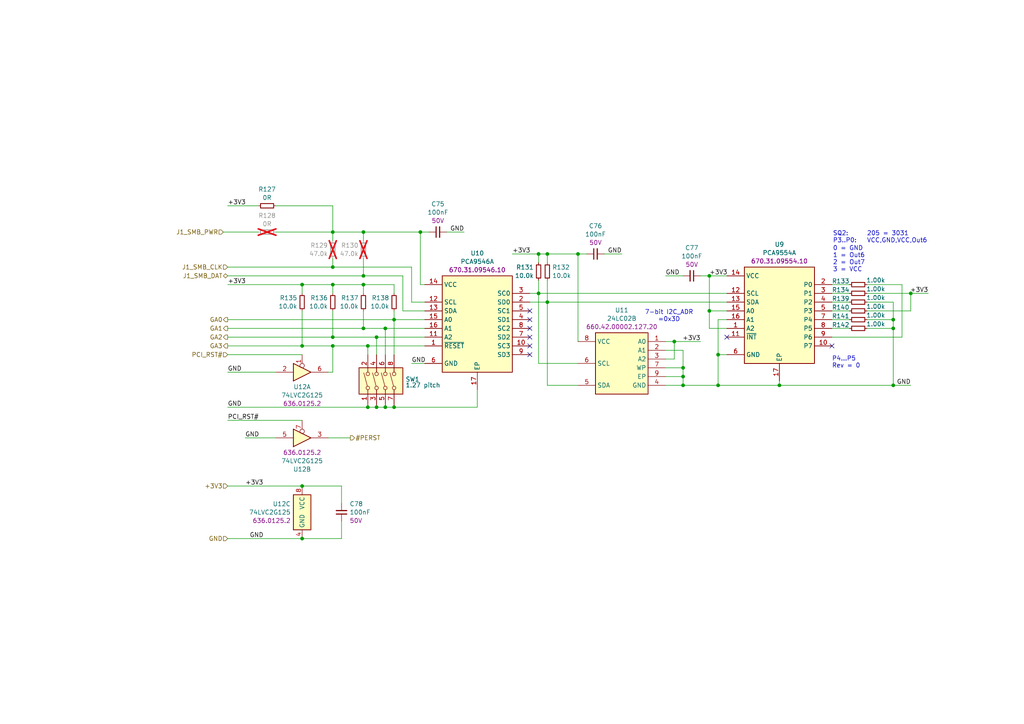
<source format=kicad_sch>
(kicad_sch (version 20250114) (generator "eeschema") (generator_version "9.0")
  (paper "A4")
  (title_block (title "CQ2") (date "2024-08-03") (rev "0") (comment 1 "CPCI I2C Logic") (comment 2 "Manfred Schmitz") (comment 3 "tbd") (comment 4 "2024-07-03") (comment 5 "tbd") (comment 6 "A"))
  (lib_symbols
    (symbol "ci4rail-database:capacitors/86" (pin_numbers (hide yes)) (pin_names (offset 0.254) (hide yes))
      (property "Reference" "C" (at 0.254 1.778 0))
      (property "Value" "100nF" (at 0.254 -2.032 0))
      (property "Value2" "50V" (at 0 0 0))
      (symbol "capacitors/86_0_1"
        (polyline (pts (xy -1.524 0.508) (xy 1.524 0.508)) (stroke (width 0.3048)))
        (polyline (pts (xy -1.524 -0.508) (xy 1.524 -0.508)) (stroke (width 0.3302)))
      )
      (symbol "capacitors/86_1_1"
        (pin passive line (at 0 2.54 270) (length 2.032) (name "~") (number "1"))
        (pin passive line (at 0 -2.54 90) (length 2.032) (name "~") (number "2"))
      )
    )
    (symbol "ci4rail-database:integrated/125"
      (property "Reference" "U" (at 0 8.128 0))
      (property "Value" "74LVC2G125" (at 1.016 6.096 0))
      (property "ERP2" "636.0125.2" (at 0 4.064 0))
      (symbol "integrated/125_1_1"
        (polyline (pts (xy -2.54 2.54) (xy -2.54 -2.54) (xy 2.54 0) (xy -2.54 2.54)) (stroke (width 0.254)) (fill (type background)))
        (pin passive line (at -7.62 0 0) (length 5.08) (name "~") (number "2"))
        (pin passive inverted (at 0 -5.08 90) (length 3.81) (name "~") (number "1"))
        (pin passive line (at 7.62 0 180) (length 5.08) (name "~") (number "6"))
      )
      (symbol "integrated/125_2_1"
        (polyline (pts (xy -2.54 2.54) (xy -2.54 -2.54) (xy 2.54 0) (xy -2.54 2.54)) (stroke (width 0.254)) (fill (type background)))
        (pin passive line (at -7.62 0 0) (length 5.08) (name "~") (number "5"))
        (pin passive inverted (at 0 -5.08 90) (length 3.81) (name "~") (number "7"))
        (pin passive line (at 7.62 0 180) (length 5.08) (name "~") (number "3"))
      )
      (symbol "integrated/125_3_0"
        (rectangle (start -2.54 5.08) (end 2.54 -5.08) (stroke (width 0.254)) (fill (type background)))
      )
      (symbol "integrated/125_3_1"
        (pin passive line (at 0 7.62 270) (length 2.54) (name "VCC") (number "8"))
        (pin passive line (at 0 -7.62 90) (length 2.54) (name "GND") (number "4"))
      )
    )
    (symbol "ci4rail-database:integrated/136"
      (property "Reference" "U5" (at 0 13.0345 0))
      (property "Value" "24LC02B" (at 0 10.6102 0))
      (symbol "integrated/136_0_1"
        (rectangle (start -7.62 8.89) (end 7.62 -8.89) (stroke (width 0.254)) (fill (type background)))
      )
      (symbol "integrated/136_1_1"
        (pin passive line (at -12.7 6.35 0) (length 5.08) (name "VCC") (number "8"))
        (pin passive line (at -12.7 0 0) (length 5.08) (name "SCL") (number "6"))
        (pin passive line (at -12.7 -6.35 0) (length 5.08) (name "SDA") (number "5"))
        (pin passive line (at 12.7 6.35 180) (length 5.08) (name "A0") (number "1"))
        (pin passive line (at 12.7 3.81 180) (length 5.08) (name "A1") (number "2"))
        (pin passive line (at 12.7 1.27 180) (length 5.08) (name "A2") (number "3"))
        (pin passive line (at 12.7 -1.27 180) (length 5.08) (name "WP") (number "7"))
        (pin passive line (at 12.7 -3.81 180) (length 5.08) (name "EP") (number "9"))
        (pin passive line (at 12.7 -6.35 180) (length 5.08) (name "GND") (number "4"))
      )
    )
    (symbol "ci4rail-database:integrated/137"
      (property "Reference" "U" (at 0 18.1145 0))
      (property "Value" "PCA9546A" (at 0 15.6902 0))
      (symbol "integrated/137_1_1"
        (rectangle (start -10.16 13.97) (end 10.16 -13.97) (stroke (width 0.254)) (fill (type background)))
        (pin passive line (at -15.24 11.43 0) (length 5.08) (name "VCC") (number "14"))
        (pin passive line (at -15.24 6.35 0) (length 5.08) (name "SCL") (number "12"))
        (pin passive line (at -15.24 3.81 0) (length 5.08) (name "SDA") (number "13"))
        (pin passive line (at -15.24 1.27 0) (length 5.08) (name "A0") (number "15"))
        (pin passive line (at -15.24 -1.27 0) (length 5.08) (name "A1") (number "16"))
        (pin passive line (at -15.24 -3.81 0) (length 5.08) (name "A2") (number "11"))
        (pin passive line (at -15.24 -6.35 0) (length 5.08) (name "~{RESET}") (number "1"))
        (pin passive line (at -15.24 -11.43 0) (length 5.08) (name "GND") (number "6"))
        (pin passive line (at 0 -19.05 90) (length 5.08) (name "EP") (number "17"))
        (pin passive line (at 15.24 8.89 180) (length 5.08) (name "SC0") (number "3"))
        (pin passive line (at 15.24 6.35 180) (length 5.08) (name "SD0") (number "2"))
        (pin passive line (at 15.24 3.81 180) (length 5.08) (name "SC1") (number "5"))
        (pin passive line (at 15.24 1.27 180) (length 5.08) (name "SD1") (number "4"))
        (pin passive line (at 15.24 -1.27 180) (length 5.08) (name "SC2") (number "8"))
        (pin passive line (at 15.24 -3.81 180) (length 5.08) (name "SD2") (number "7"))
        (pin passive line (at 15.24 -6.35 180) (length 5.08) (name "SC3") (number "10"))
        (pin passive line (at 15.24 -8.89 180) (length 5.08) (name "SD3") (number "9"))
      )
    )
    (symbol "ci4rail-database:integrated/138"
      (property "Reference" "U" (at 0 18.1145 0))
      (property "Value" "PCA9554A" (at 0 15.6902 0))
      (symbol "integrated/138_1_1"
        (rectangle (start -10.16 13.97) (end 10.16 -13.97) (stroke (width 0.254)) (fill (type background)))
        (pin passive line (at -15.24 11.43 0) (length 5.08) (name "VCC") (number "14"))
        (pin passive line (at -15.24 6.35 0) (length 5.08) (name "SCL") (number "12"))
        (pin passive line (at -15.24 3.81 0) (length 5.08) (name "SDA") (number "13"))
        (pin passive line (at -15.24 1.27 0) (length 5.08) (name "A0") (number "15"))
        (pin passive line (at -15.24 -1.27 0) (length 5.08) (name "A1") (number "16"))
        (pin passive line (at -15.24 -3.81 0) (length 5.08) (name "A2") (number "1"))
        (pin passive line (at -15.24 -6.35 0) (length 5.08) (name "~{INT}") (number "11"))
        (pin passive line (at -15.24 -11.43 0) (length 5.08) (name "GND") (number "6"))
        (pin passive line (at 0 -19.05 90) (length 5.08) (name "EP") (number "17"))
        (pin passive line (at 15.24 8.89 180) (length 5.08) (name "P0") (number "2"))
        (pin passive line (at 15.24 6.35 180) (length 5.08) (name "P1") (number "3"))
        (pin passive line (at 15.24 3.81 180) (length 5.08) (name "P2") (number "4"))
        (pin passive line (at 15.24 1.27 180) (length 5.08) (name "P3") (number "5"))
        (pin passive line (at 15.24 -1.27 180) (length 5.08) (name "P4") (number "7"))
        (pin passive line (at 15.24 -3.81 180) (length 5.08) (name "P5") (number "8"))
        (pin passive line (at 15.24 -6.35 180) (length 5.08) (name "P6") (number "9"))
        (pin passive line (at 15.24 -8.89 180) (length 5.08) (name "P7") (number "10"))
      )
    )
    (symbol "ci4rail-database:resistors/150" (pin_numbers (hide yes)) (pin_names (offset 0))
      (property "Reference" "R" (at 2.032 0 90))
      (property "Value" "1.00k" (at 0 0 90))
      (symbol "resistors/150_0_1"
        (rectangle (start -0.635 1.905) (end 0.635 -1.905) (stroke (width 0.254)))
      )
      (symbol "resistors/150_1_1"
        (pin passive line (at 0 2.54 270) (length 0.635) (name "~") (number "1"))
        (pin passive line (at 0 -2.54 90) (length 0.635) (name "~") (number "2"))
      )
    )
    (symbol "ci4rail-database:resistors/179" (pin_numbers (hide yes)) (pin_names (offset 0))
      (property "Reference" "R" (at 2.032 0 90))
      (property "Value" "10.0k" (at 0 0 90))
      (symbol "resistors/179_0_1"
        (rectangle (start -0.635 1.905) (end 0.635 -1.905) (stroke (width 0.254)))
      )
      (symbol "resistors/179_1_1"
        (pin passive line (at 0 2.54 270) (length 0.635) (name "~") (number "1"))
        (pin passive line (at 0 -2.54 90) (length 0.635) (name "~") (number "2"))
      )
    )
    (symbol "ci4rail-database:resistors/200" (pin_numbers (hide yes)) (pin_names (offset 0))
      (property "Reference" "R" (at 2.032 0 90))
      (property "Value" "47.0k" (at 0 0 90))
      (symbol "resistors/200_0_1"
        (rectangle (start -0.635 1.905) (end 0.635 -1.905) (stroke (width 0.254)))
      )
      (symbol "resistors/200_1_1"
        (pin passive line (at 0 2.54 270) (length 0.635) (name "~") (number "1"))
        (pin passive line (at 0 -2.54 90) (length 0.635) (name "~") (number "2"))
      )
    )
    (symbol "ci4rail-database:resistors/99" (pin_numbers (hide yes)) (pin_names (offset 0))
      (property "Reference" "R" (at 2.032 0 90))
      (property "Value" "0R" (at 0 0 90))
      (symbol "resistors/99_0_1"
        (rectangle (start -0.635 1.905) (end 0.635 -1.905) (stroke (width 0.254)))
      )
      (symbol "resistors/99_1_1"
        (pin passive line (at 0 2.54 270) (length 0.635) (name "~") (number "1"))
        (pin passive line (at 0 -2.54 90) (length 0.635) (name "~") (number "2"))
      )
    )
    (symbol "ci4rail-database:various/19" (pin_names (offset 0) (hide yes))
      (property "Reference" "SW" (at 0 8.89 0))
      (property "Value" "1.27 pitch" (at 0 -6.35 0))
      (symbol "various/19_0_0"
        (circle (center -2.032 5.08) (radius 0.508))
        (circle (center -2.032 2.54) (radius 0.508))
        (circle (center -2.032 0) (radius 0.508))
        (circle (center -2.032 -2.54) (radius 0.508))
        (polyline (pts (xy -1.524 5.207) (xy 2.3622 6.2484)))
        (polyline (pts (xy -1.524 2.667) (xy 2.3622 3.7084)))
        (polyline (pts (xy -1.524 0.127) (xy 2.3622 1.1684)))
        (polyline (pts (xy -1.524 -2.3876) (xy 2.3622 -1.3462)))
        (circle (center 2.032 5.08) (radius 0.508))
        (circle (center 2.032 2.54) (radius 0.508))
        (circle (center 2.032 0) (radius 0.508))
        (circle (center 2.032 -2.54) (radius 0.508))
      )
      (symbol "various/19_0_1"
        (rectangle (start -3.81 7.62) (end 3.81 -5.08) (stroke (width 0.254)) (fill (type background)))
      )
      (symbol "various/19_1_1"
        (pin passive line (at -7.62 5.08 0) (length 5.08) (name "~") (number "1"))
        (pin passive line (at -7.62 2.54 0) (length 5.08) (name "~") (number "3"))
        (pin passive line (at -7.62 0 0) (length 5.08) (name "~") (number "5"))
        (pin passive line (at -7.62 -2.54 0) (length 5.08) (name "~") (number "7"))
        (pin passive line (at 7.62 5.08 180) (length 5.08) (name "~") (number "2"))
        (pin passive line (at 7.62 2.54 180) (length 5.08) (name "~") (number "4"))
        (pin passive line (at 7.62 0 180) (length 5.08) (name "~") (number "6"))
        (pin passive line (at 7.62 -2.54 180) (length 5.08) (name "~") (number "8"))
      )
    )
  )
  (text "P4...P5\nRev = 0" (at 241.3 105.156 0) (effects (font (size 1.27 1.27)) (justify left)))
  (text "SQ2: 	205 = 3031\nP3..P0:	VCC,GND,VCC,Out6" (at 241.554 68.834 0) (effects (font (size 1.27 1.27)) (justify left)))
  (text "0 = GND\n1 = Out6\n2 = Out7\n3 = VCC" (at 241.554 75.184 0) (effects (font (size 1.27 1.27)) (justify left)))
  (text "7-bit I2C_ADR\n=0x3D" (at 194.056 91.694 0) (effects (font (size 1.27 1.27))))
  (junction (at 111.76 95.25))
  (junction (at 226.06 111.76))
  (junction (at 259.08 111.76))
  (junction (at 158.75 73.66))
  (junction (at 264.16 85.09))
  (junction (at 114.3 118.11))
  (junction (at 109.22 118.11))
  (junction (at 105.41 95.25))
  (junction (at 259.08 92.71))
  (junction (at 259.08 95.25))
  (junction (at 106.68 100.33))
  (junction (at 198.12 106.68))
  (junction (at 87.63 100.33))
  (junction (at 96.52 97.79))
  (junction (at 105.41 82.55))
  (junction (at 195.58 99.06))
  (junction (at 87.63 82.55))
  (junction (at 208.28 102.87))
  (junction (at 156.21 73.66))
  (junction (at 96.52 77.47))
  (junction (at 96.52 67.31))
  (junction (at 114.3 92.71))
  (junction (at 96.52 100.33))
  (junction (at 198.12 111.76))
  (junction (at 208.28 111.76))
  (junction (at 205.74 80.01))
  (junction (at 167.64 73.66))
  (junction (at 87.63 140.97))
  (junction (at 87.63 156.21))
  (junction (at 111.76 118.11))
  (junction (at 96.52 82.55))
  (junction (at 109.22 97.79))
  (junction (at 158.75 87.63))
  (junction (at 105.41 67.31))
  (junction (at 106.68 118.11))
  (junction (at 105.41 80.01))
  (junction (at 121.92 67.31))
  (junction (at 205.74 90.17))
  (junction (at 198.12 109.22))
  (junction (at 156.21 85.09))
  (no_connect (at 153.67 100.33))
  (no_connect (at 153.67 90.17))
  (no_connect (at 241.3 100.33))
  (no_connect (at 153.67 92.71))
  (no_connect (at 210.82 97.79))
  (no_connect (at 153.67 97.79))
  (no_connect (at 153.67 95.25))
  (no_connect (at 153.67 102.87))
  (wire (pts (xy 138.43 118.11) (xy 138.43 113.03)))
  (wire (pts (xy 66.04 77.47) (xy 96.52 77.47)))
  (wire (pts (xy 241.3 95.25) (xy 246.38 95.25)))
  (wire (pts (xy 208.28 102.87) (xy 210.82 102.87)))
  (wire (pts (xy 251.46 90.17) (xy 264.16 90.17)))
  (wire (pts (xy 205.74 90.17) (xy 205.74 95.25)))
  (wire (pts (xy 119.38 87.63) (xy 119.38 77.47)))
  (wire (pts (xy 96.52 107.95) (xy 96.52 100.33)))
  (wire (pts (xy 198.12 111.76) (xy 208.28 111.76)))
  (wire (pts (xy 96.52 90.17) (xy 96.52 97.79)))
  (wire (pts (xy 153.67 87.63) (xy 158.75 87.63)))
  (wire (pts (xy 96.52 59.69) (xy 96.52 67.31)))
  (wire (pts (xy 114.3 92.71) (xy 123.19 92.71)))
  (wire (pts (xy 156.21 76.2) (xy 156.21 73.66)))
  (wire (pts (xy 105.41 80.01) (xy 116.84 80.01)))
  (wire (pts (xy 193.04 101.6) (xy 198.12 101.6)))
  (wire (pts (xy 99.06 140.97) (xy 99.06 146.05)))
  (wire (pts (xy 208.28 111.76) (xy 226.06 111.76)))
  (wire (pts (xy 193.04 80.01) (xy 198.12 80.01)))
  (wire (pts (xy 205.74 80.01) (xy 210.82 80.01)))
  (wire (pts (xy 109.22 118.11) (xy 111.76 118.11)))
  (wire (pts (xy 195.58 99.06) (xy 203.2 99.06)))
  (wire (pts (xy 96.52 77.47) (xy 119.38 77.47)))
  (wire (pts (xy 121.92 67.31) (xy 121.92 82.55)))
  (wire (pts (xy 264.16 85.09) (xy 264.16 90.17)))
  (wire (pts (xy 87.63 100.33) (xy 96.52 100.33)))
  (wire (pts (xy 66.04 95.25) (xy 105.41 95.25)))
  (wire (pts (xy 208.28 102.87) (xy 208.28 111.76)))
  (wire (pts (xy 241.3 87.63) (xy 246.38 87.63)))
  (wire (pts (xy 158.75 111.76) (xy 167.64 111.76)))
  (wire (pts (xy 111.76 95.25) (xy 111.76 102.87)))
  (wire (pts (xy 210.82 92.71) (xy 208.28 92.71)))
  (wire (pts (xy 180.34 73.66) (xy 175.26 73.66)))
  (wire (pts (xy 156.21 81.28) (xy 156.21 85.09)))
  (wire (pts (xy 96.52 97.79) (xy 109.22 97.79)))
  (wire (pts (xy 241.3 92.71) (xy 246.38 92.71)))
  (wire (pts (xy 241.3 90.17) (xy 246.38 90.17)))
  (wire (pts (xy 114.3 85.09) (xy 114.3 82.55)))
  (wire (pts (xy 123.19 90.17) (xy 116.84 90.17)))
  (wire (pts (xy 80.01 67.31) (xy 96.52 67.31)))
  (wire (pts (xy 87.63 82.55) (xy 96.52 82.55)))
  (wire (pts (xy 105.41 90.17) (xy 105.41 95.25)))
  (wire (pts (xy 111.76 118.11) (xy 114.3 118.11)))
  (wire (pts (xy 153.67 85.09) (xy 156.21 85.09)))
  (wire (pts (xy 259.08 87.63) (xy 259.08 92.71)))
  (wire (pts (xy 251.46 87.63) (xy 259.08 87.63)))
  (wire (pts (xy 66.04 92.71) (xy 114.3 92.71)))
  (wire (pts (xy 121.92 82.55) (xy 123.19 82.55)))
  (wire (pts (xy 87.63 82.55) (xy 87.63 85.09)))
  (wire (pts (xy 210.82 90.17) (xy 205.74 90.17)))
  (wire (pts (xy 261.62 82.55) (xy 261.62 97.79)))
  (wire (pts (xy 71.12 127) (xy 80.01 127)))
  (wire (pts (xy 156.21 73.66) (xy 158.75 73.66)))
  (wire (pts (xy 226.06 111.76) (xy 226.06 110.49)))
  (wire (pts (xy 114.3 90.17) (xy 114.3 92.71)))
  (wire (pts (xy 96.52 100.33) (xy 106.68 100.33)))
  (wire (pts (xy 109.22 97.79) (xy 109.22 102.87)))
  (wire (pts (xy 80.01 59.69) (xy 96.52 59.69)))
  (wire (pts (xy 158.75 87.63) (xy 210.82 87.63)))
  (wire (pts (xy 251.46 95.25) (xy 259.08 95.25)))
  (wire (pts (xy 124.46 67.31) (xy 121.92 67.31)))
  (wire (pts (xy 193.04 106.68) (xy 198.12 106.68)))
  (wire (pts (xy 106.68 100.33) (xy 123.19 100.33)))
  (wire (pts (xy 158.75 73.66) (xy 167.64 73.66)))
  (wire (pts (xy 251.46 92.71) (xy 259.08 92.71)))
  (wire (pts (xy 114.3 118.11) (xy 138.43 118.11)))
  (wire (pts (xy 123.19 87.63) (xy 119.38 87.63)))
  (wire (pts (xy 116.84 90.17) (xy 116.84 80.01)))
  (wire (pts (xy 99.06 151.13) (xy 99.06 156.21)))
  (wire (pts (xy 96.52 67.31) (xy 96.52 69.85)))
  (wire (pts (xy 119.38 105.41) (xy 123.19 105.41)))
  (wire (pts (xy 198.12 109.22) (xy 198.12 111.76)))
  (wire (pts (xy 66.04 80.01) (xy 105.41 80.01)))
  (wire (pts (xy 167.64 73.66) (xy 170.18 73.66)))
  (wire (pts (xy 259.08 95.25) (xy 259.08 111.76)))
  (wire (pts (xy 193.04 99.06) (xy 195.58 99.06)))
  (wire (pts (xy 105.41 82.55) (xy 114.3 82.55)))
  (wire (pts (xy 66.04 121.92) (xy 87.63 121.92)))
  (wire (pts (xy 66.04 102.87) (xy 87.63 102.87)))
  (wire (pts (xy 193.04 109.22) (xy 198.12 109.22)))
  (wire (pts (xy 66.04 107.95) (xy 80.01 107.95)))
  (wire (pts (xy 106.68 100.33) (xy 106.68 102.87)))
  (wire (pts (xy 96.52 74.93) (xy 96.52 77.47)))
  (wire (pts (xy 105.41 95.25) (xy 111.76 95.25)))
  (wire (pts (xy 251.46 82.55) (xy 261.62 82.55)))
  (wire (pts (xy 195.58 104.14) (xy 193.04 104.14)))
  (wire (pts (xy 101.6 127) (xy 95.25 127)))
  (wire (pts (xy 87.63 156.21) (xy 99.06 156.21)))
  (wire (pts (xy 264.16 85.09) (xy 269.24 85.09)))
  (wire (pts (xy 241.3 85.09) (xy 246.38 85.09)))
  (wire (pts (xy 158.75 73.66) (xy 158.75 76.2)))
  (wire (pts (xy 167.64 99.06) (xy 167.64 73.66)))
  (wire (pts (xy 111.76 95.25) (xy 123.19 95.25)))
  (wire (pts (xy 134.62 67.31) (xy 129.54 67.31)))
  (wire (pts (xy 226.06 111.76) (xy 259.08 111.76)))
  (wire (pts (xy 87.63 140.97) (xy 99.06 140.97)))
  (wire (pts (xy 87.63 90.17) (xy 87.63 100.33)))
  (wire (pts (xy 259.08 92.71) (xy 259.08 95.25)))
  (wire (pts (xy 241.3 82.55) (xy 246.38 82.55)))
  (wire (pts (xy 158.75 81.28) (xy 158.75 87.63)))
  (wire (pts (xy 95.25 107.95) (xy 96.52 107.95)))
  (wire (pts (xy 210.82 95.25) (xy 205.74 95.25)))
  (wire (pts (xy 156.21 85.09) (xy 210.82 85.09)))
  (wire (pts (xy 156.21 105.41) (xy 167.64 105.41)))
  (wire (pts (xy 205.74 90.17) (xy 205.74 80.01)))
  (wire (pts (xy 156.21 85.09) (xy 156.21 105.41)))
  (wire (pts (xy 66.04 100.33) (xy 87.63 100.33)))
  (wire (pts (xy 106.68 118.11) (xy 109.22 118.11)))
  (wire (pts (xy 105.41 74.93) (xy 105.41 80.01)))
  (wire (pts (xy 105.41 67.31) (xy 105.41 69.85)))
  (wire (pts (xy 148.59 73.66) (xy 156.21 73.66)))
  (wire (pts (xy 66.04 82.55) (xy 87.63 82.55)))
  (wire (pts (xy 241.3 97.79) (xy 261.62 97.79)))
  (wire (pts (xy 114.3 92.71) (xy 114.3 102.87)))
  (wire (pts (xy 66.04 97.79) (xy 96.52 97.79)))
  (wire (pts (xy 66.04 140.97) (xy 87.63 140.97)))
  (wire (pts (xy 205.74 80.01) (xy 203.2 80.01)))
  (wire (pts (xy 193.04 111.76) (xy 198.12 111.76)))
  (wire (pts (xy 96.52 82.55) (xy 96.52 85.09)))
  (wire (pts (xy 198.12 101.6) (xy 198.12 106.68)))
  (wire (pts (xy 96.52 67.31) (xy 105.41 67.31)))
  (wire (pts (xy 66.04 59.69) (xy 74.93 59.69)))
  (wire (pts (xy 66.04 118.11) (xy 106.68 118.11)))
  (wire (pts (xy 158.75 87.63) (xy 158.75 111.76)))
  (wire (pts (xy 105.41 67.31) (xy 121.92 67.31)))
  (wire (pts (xy 195.58 99.06) (xy 195.58 104.14)))
  (wire (pts (xy 66.04 156.21) (xy 87.63 156.21)))
  (wire (pts (xy 208.28 92.71) (xy 208.28 102.87)))
  (wire (pts (xy 251.46 85.09) (xy 264.16 85.09)))
  (wire (pts (xy 105.41 82.55) (xy 105.41 85.09)))
  (wire (pts (xy 64.77 67.31) (xy 74.93 67.31)))
  (wire (pts (xy 198.12 106.68) (xy 198.12 109.22)))
  (wire (pts (xy 96.52 82.55) (xy 105.41 82.55)))
  (wire (pts (xy 109.22 97.79) (xy 123.19 97.79)))
  (wire (pts (xy 259.08 111.76) (xy 264.16 111.76)))
  (label "+3V3" (at 205.74 80.01 0))
  (label "GND" (at 66.04 118.11 0))
  (label "GND" (at 134.62 67.31 180))
  (label "+3V3" (at 203.2 99.06 180))
  (label "+3V3" (at 148.59 73.66 0))
  (label "GND" (at 264.16 111.76 180))
  (label "+3V3" (at 66.04 59.69 0))
  (label "+3V3" (at 269.24 85.09 180))
  (label "GND" (at 193.04 80.01 0))
  (label "GND" (at 71.12 127 0))
  (label "GND" (at 180.34 73.66 180))
  (label "+3V3" (at 66.04 82.55 0))
  (label "GND" (at 72.39 156.21 0))
  (label "GND" (at 119.38 105.41 0))
  (label "+3V3" (at 71.12 140.97 0))
  (label "PCI_RST#" (at 66.04 121.92 0))
  (label "GND" (at 66.04 107.95 0))
  (hierarchical_label "J1_SMB_PWR" (shape input) (at 64.77 67.31 180))
  (hierarchical_label "GA3" (shape output) (at 66.04 100.33 180))
  (hierarchical_label "J1_SMB_DAT" (shape bidirectional) (at 66.04 80.01 180))
  (hierarchical_label "GA1" (shape output) (at 66.04 95.25 180))
  (hierarchical_label "GA2" (shape output) (at 66.04 97.79 180))
  (hierarchical_label "#PERST" (shape output) (at 101.6 127 0))
  (hierarchical_label "J1_SMB_CLK" (shape input) (at 66.04 77.47 180))
  (hierarchical_label "GA0" (shape output) (at 66.04 92.71 180))
  (hierarchical_label "GND" (shape input) (at 66.04 156.21 180))
  (hierarchical_label "+3V3" (shape input) (at 66.04 140.97 180))
  (hierarchical_label "PCI_RST#" (shape input) (at 66.04 102.87 180))
  (symbol (lib_id "ci4rail-database:resistors/150") (at 248.92 95.25 90) (unit 1)
    (property "Reference" "R142" (at 243.84 94.234 90))
    (property "Value" "1.00k" (at 254 93.98 90))
    (property "Footprint" "0-standard:0402-resistor" (effects (hide yes)))
    (property "Description" "Thick film resistor" (effects (hide yes)))
    (property "Value1" "+/-1%" (effects (hide yes)))
    (property "Value2" "100 ppm" (effects (hide yes)))
    (property "Value3" "62.5 mW" (effects (hide yes)))
    (property "Value4" "50 V" (effects (hide yes)))
    (property "MPN" "n/a" (effects (hide yes)))
    (property "LTB" "9999" (effects (hide yes)))
    (property "ERP1" "M110-00134-00" (effects (hide yes)))
    (property "ERP2" "101.403.2100" (effects (hide yes)))
    (property "Lifecycle" "released" (effects (hide yes)))
    (property "Cost" "0.01" (effects (hide yes)))
    (property "Outline" "SMT 0402" (effects (hide yes)))
  )
  (symbol (lib_id "ci4rail-database:resistors/179") (at 114.3 87.63 0) (unit 1)
    (property "Reference" "R138" (at 112.903 86.4178 0) (effects (justify right)))
    (property "Value" "10.0k" (at 112.903 88.8421 0) (effects (justify right)))
    (property "Footprint" "0-standard:0402-resistor" (effects (hide yes)))
    (property "Description" "Thick film resistor" (effects (hide yes)))
    (property "Value1" "+/-1%" (effects (hide yes)))
    (property "Value2" "100 ppm" (effects (hide yes)))
    (property "Value3" "62.5 mW" (effects (hide yes)))
    (property "Value4" "50 V" (effects (hide yes)))
    (property "MPN" "n/a" (effects (hide yes)))
    (property "LTB" "9999" (effects (hide yes)))
    (property "ERP1" "M110-00163-00" (effects (hide yes)))
    (property "ERP2" "101.403.3100" (effects (hide yes)))
    (property "Lifecycle" "released" (effects (hide yes)))
    (property "Cost" "0.01" (effects (hide yes)))
    (property "Outline" "SMT 0402" (effects (hide yes)))
  )
  (symbol (lib_id "ci4rail-database:integrated/136") (at 180.34 105.41 0) (unit 1)
    (property "Reference" "U11" (at 180.34 89.9513 0))
    (property "Value" "24LC02B" (at 180.34 92.3756 0))
    (property "Footprint" "1-special:integrated-136" (effects (hide yes)))
    (property "Datasheet" "${KICAD_CI4RAIL_DATASHEET_DIR}/integrated-136" (effects (hide yes)))
    (property "Description" "EEPROM I2C" (effects (hide yes)))
    (property "Value1" "256x8" (effects (hide yes)))
    (property "Value3" "2.5 to 5.5 V" (effects (hide yes)))
    (property "MPN" "Microchip 24LC02BT-I/MC" (effects (hide yes)))
    (property "LTB" "2030" (effects (hide yes)))
    (property "ERP1" "M168-00005-00" (effects (hide yes)))
    (property "ERP2" "660.42.00002.127.20" (at 180.34 94.7999 0))
    (property "Cost" "0.33" (effects (hide yes)))
    (property "Lifecycle" "released" (effects (hide yes)))
    (property "Outline" "SMT DFN-8_2x3x0.5" (effects (hide yes)))
  )
  (symbol (lib_id "ci4rail-database:resistors/200") (at 96.52 72.39 0) (mirror y) (unit 1) (dnp yes)
    (property "Reference" "R129" (at 95.123 71.1778 0) (effects (justify left)))
    (property "Value" "47.0k" (at 95.123 73.6021 0) (effects (justify left)))
    (property "Footprint" "0-standard:0402-resistor" (effects (hide yes)))
    (property "Description" "Thick film resistor" (effects (hide yes)))
    (property "Value1" "+/-1%" (effects (hide yes)))
    (property "Value2" "100 ppm" (effects (hide yes)))
    (property "Value3" "62.5 mW" (effects (hide yes)))
    (property "Value4" "50 V" (effects (hide yes)))
    (property "MPN" "n/a" (effects (hide yes)))
    (property "LTB" "9999" (effects (hide yes)))
    (property "ERP1" "M110-00184-00" (effects (hide yes)))
    (property "ERP2" "101.403.3470" (effects (hide yes)))
    (property "Lifecycle" "released" (effects (hide yes)))
    (property "Cost" "0.01" (effects (hide yes)))
    (property "Outline" "SMT 0402" (effects (hide yes)))
  )
  (symbol (lib_id "ci4rail-database:resistors/99") (at 77.47 67.31 90) (unit 1) (dnp yes)
    (property "Reference" "R128" (at 77.47 62.5305 90))
    (property "Value" "0R" (at 77.47 64.9548 90))
    (property "Footprint" "0-standard:0402-resistor" (effects (hide yes)))
    (property "Description" "Thick film resistor" (effects (hide yes)))
    (property "Value1" "1 A" (effects (hide yes)))
    (property "MPN" "n/a" (effects (hide yes)))
    (property "LTB" "9999" (effects (hide yes)))
    (property "ERP1" "M110-00083-00" (effects (hide yes)))
    (property "ERP2" "101.402.000" (effects (hide yes)))
    (property "Lifecycle" "released" (effects (hide yes)))
    (property "Cost" "0.01" (effects (hide yes)))
    (property "Outline" "SMT 0402" (effects (hide yes)))
  )
  (symbol (lib_id "ci4rail-database:resistors/179") (at 156.21 78.74 0) (unit 1)
    (property "Reference" "R131" (at 154.813 77.5278 0) (effects (justify right)))
    (property "Value" "10.0k" (at 154.813 79.9521 0) (effects (justify right)))
    (property "Footprint" "0-standard:0402-resistor" (effects (hide yes)))
    (property "Description" "Thick film resistor" (effects (hide yes)))
    (property "Value1" "+/-1%" (effects (hide yes)))
    (property "Value2" "100 ppm" (effects (hide yes)))
    (property "Value3" "62.5 mW" (effects (hide yes)))
    (property "Value4" "50 V" (effects (hide yes)))
    (property "MPN" "n/a" (effects (hide yes)))
    (property "LTB" "9999" (effects (hide yes)))
    (property "ERP1" "M110-00163-00" (effects (hide yes)))
    (property "ERP2" "101.403.3100" (effects (hide yes)))
    (property "Lifecycle" "released" (effects (hide yes)))
    (property "Cost" "0.01" (effects (hide yes)))
    (property "Outline" "SMT 0402" (effects (hide yes)))
  )
  (symbol (lib_id "ci4rail-database:integrated/125") (at 87.63 127 0) (mirror x) (unit 2)
    (property "Reference" "U12" (at 87.63 136.1087 0))
    (property "Value" "74LVC2G125" (at 87.63 133.6844 0))
    (property "Footprint" "0-standard:VSSOP-8_2.3x2mm_P0.5mm" (effects (hide yes)))
    (property "Datasheet" "${KICAD_CI4RAIL_DATASHEET_DIR}/integrated-125" (effects (hide yes)))
    (property "Description" "Logic Bus Buffer" (effects (hide yes)))
    (property "Value1" "1.65 to 5.5 V" (effects (hide yes)))
    (property "Value2" "4.3 ns (max)" (effects (hide yes)))
    (property "MPN" "TI SN74LVC2G125DCUR" (effects (hide yes)))
    (property "MPN1" "Nexperia 74LVC2G125DC" (effects (hide yes)))
    (property "LTB" "2034" (effects (hide yes)))
    (property "ERP1" "integrated-125" (effects (hide yes)))
    (property "ERP2" "636.0125.2" (at 87.63 131.2601 0))
    (property "Cost" "0.40" (effects (hide yes)))
    (property "Lifecycle" "review pending CQ2" (effects (hide yes)))
    (property "Outline" "SMT VSSOP-8" (effects (hide yes)))
  )
  (symbol (lib_id "ci4rail-database:various/19") (at 111.76 110.49 90) (unit 1)
    (property "Reference" "SW1" (at 117.602 110.0208 90) (effects (justify right)))
    (property "Value" "1.27 pitch" (at 117.602 111.7022 90) (effects (justify right)))
    (property "Footprint" "1-special:various-19" (effects (hide yes)))
    (property "Datasheet" "${KICAD_CI4RAIL_DATASHEET_DIR}/various-19" (effects (hide yes)))
    (property "Description" "DIP-Switch x 4" (effects (hide yes)))
    (property "MPN" "Diptronics DHN-04F-T-V" (effects (hide yes)))
    (property "MPN1" "APEM       IKH0403000 (tube), NHDS04" (effects (hide yes)))
    (property "MPN2" "W+P  5046-1-04-1-FST" (effects (hide yes)))
    (property "LTB" "9999" (effects (hide yes)))
    (property "ERP1" "various-19" (effects (hide yes)))
    (property "ERP2" "160.15.04.0" (effects (hide yes)))
    (property "Lifecycle" "review pending CQ2" (effects (hide yes)))
    (property "Outline" "SMT 7.58x6.7x1.5mm" (effects (hide yes)))
  )
  (symbol (lib_id "ci4rail-database:resistors/179") (at 105.41 87.63 0) (unit 1)
    (property "Reference" "R137" (at 104.013 86.4178 0) (effects (justify right)))
    (property "Value" "10.0k" (at 104.013 88.8421 0) (effects (justify right)))
    (property "Footprint" "0-standard:0402-resistor" (effects (hide yes)))
    (property "Description" "Thick film resistor" (effects (hide yes)))
    (property "Value1" "+/-1%" (effects (hide yes)))
    (property "Value2" "100 ppm" (effects (hide yes)))
    (property "Value3" "62.5 mW" (effects (hide yes)))
    (property "Value4" "50 V" (effects (hide yes)))
    (property "MPN" "n/a" (effects (hide yes)))
    (property "LTB" "9999" (effects (hide yes)))
    (property "ERP1" "M110-00163-00" (effects (hide yes)))
    (property "ERP2" "101.403.3100" (effects (hide yes)))
    (property "Lifecycle" "released" (effects (hide yes)))
    (property "Cost" "0.01" (effects (hide yes)))
    (property "Outline" "SMT 0402" (effects (hide yes)))
  )
  (symbol (lib_id "ci4rail-database:resistors/150") (at 248.92 85.09 90) (unit 1)
    (property "Reference" "R134" (at 243.84 84.074 90))
    (property "Value" "1.00k" (at 254 83.82 90))
    (property "Footprint" "0-standard:0402-resistor" (effects (hide yes)))
    (property "Description" "Thick film resistor" (effects (hide yes)))
    (property "Value1" "+/-1%" (effects (hide yes)))
    (property "Value2" "100 ppm" (effects (hide yes)))
    (property "Value3" "62.5 mW" (effects (hide yes)))
    (property "Value4" "50 V" (effects (hide yes)))
    (property "MPN" "n/a" (effects (hide yes)))
    (property "LTB" "9999" (effects (hide yes)))
    (property "ERP1" "M110-00134-00" (effects (hide yes)))
    (property "ERP2" "101.403.2100" (effects (hide yes)))
    (property "Lifecycle" "released" (effects (hide yes)))
    (property "Cost" "0.01" (effects (hide yes)))
    (property "Outline" "SMT 0402" (effects (hide yes)))
  )
  (symbol (lib_id "ci4rail-database:resistors/200") (at 105.41 72.39 0) (mirror y) (unit 1) (dnp yes)
    (property "Reference" "R130" (at 104.013 71.1778 0) (effects (justify left)))
    (property "Value" "47.0k" (at 104.013 73.6021 0) (effects (justify left)))
    (property "Footprint" "0-standard:0402-resistor" (effects (hide yes)))
    (property "Description" "Thick film resistor" (effects (hide yes)))
    (property "Value1" "+/-1%" (effects (hide yes)))
    (property "Value2" "100 ppm" (effects (hide yes)))
    (property "Value3" "62.5 mW" (effects (hide yes)))
    (property "Value4" "50 V" (effects (hide yes)))
    (property "MPN" "n/a" (effects (hide yes)))
    (property "LTB" "9999" (effects (hide yes)))
    (property "ERP1" "M110-00184-00" (effects (hide yes)))
    (property "ERP2" "101.403.3470" (effects (hide yes)))
    (property "Lifecycle" "released" (effects (hide yes)))
    (property "Cost" "0.01" (effects (hide yes)))
    (property "Outline" "SMT 0402" (effects (hide yes)))
  )
  (symbol (lib_id "ci4rail-database:resistors/99") (at 77.47 59.69 90) (unit 1)
    (property "Reference" "R127" (at 77.47 54.9105 90))
    (property "Value" "0R" (at 77.47 57.3348 90))
    (property "Footprint" "0-standard:0402-resistor" (effects (hide yes)))
    (property "Description" "Thick film resistor" (effects (hide yes)))
    (property "Value1" "1 A" (effects (hide yes)))
    (property "MPN" "n/a" (effects (hide yes)))
    (property "LTB" "9999" (effects (hide yes)))
    (property "ERP1" "M110-00083-00" (effects (hide yes)))
    (property "ERP2" "101.402.000" (effects (hide yes)))
    (property "Lifecycle" "released" (effects (hide yes)))
    (property "Cost" "0.01" (effects (hide yes)))
    (property "Outline" "SMT 0402" (effects (hide yes)))
  )
  (symbol (lib_id "ci4rail-database:integrated/125") (at 87.63 107.95 0) (mirror x) (unit 1)
    (property "Reference" "U12" (at 87.63 112.2101 0))
    (property "Value" "74LVC2G125" (at 87.63 114.6344 0))
    (property "Footprint" "0-standard:VSSOP-8_2.3x2mm_P0.5mm" (effects (hide yes)))
    (property "Datasheet" "${KICAD_CI4RAIL_DATASHEET_DIR}/integrated-125" (effects (hide yes)))
    (property "Description" "Logic Bus Buffer" (effects (hide yes)))
    (property "Value1" "1.65 to 5.5 V" (effects (hide yes)))
    (property "Value2" "4.3 ns (max)" (effects (hide yes)))
    (property "MPN" "TI SN74LVC2G125DCUR" (effects (hide yes)))
    (property "MPN1" "Nexperia 74LVC2G125DC" (effects (hide yes)))
    (property "LTB" "2034" (effects (hide yes)))
    (property "ERP1" "integrated-125" (effects (hide yes)))
    (property "ERP2" "636.0125.2" (at 87.63 117.0587 0))
    (property "Cost" "0.40" (effects (hide yes)))
    (property "Lifecycle" "review pending CQ2" (effects (hide yes)))
    (property "Outline" "SMT VSSOP-8" (effects (hide yes)))
  )
  (symbol (lib_id "ci4rail-database:resistors/150") (at 248.92 92.71 90) (unit 1)
    (property "Reference" "R141" (at 243.84 91.694 90))
    (property "Value" "1.00k" (at 254 91.44 90))
    (property "Footprint" "0-standard:0402-resistor" (effects (hide yes)))
    (property "Description" "Thick film resistor" (effects (hide yes)))
    (property "Value1" "+/-1%" (effects (hide yes)))
    (property "Value2" "100 ppm" (effects (hide yes)))
    (property "Value3" "62.5 mW" (effects (hide yes)))
    (property "Value4" "50 V" (effects (hide yes)))
    (property "MPN" "n/a" (effects (hide yes)))
    (property "LTB" "9999" (effects (hide yes)))
    (property "ERP1" "M110-00134-00" (effects (hide yes)))
    (property "ERP2" "101.403.2100" (effects (hide yes)))
    (property "Lifecycle" "released" (effects (hide yes)))
    (property "Cost" "0.01" (effects (hide yes)))
    (property "Outline" "SMT 0402" (effects (hide yes)))
  )
  (symbol (lib_id "ci4rail-database:resistors/179") (at 158.75 78.74 0) (mirror y) (unit 1)
    (property "Reference" "R132" (at 160.147 77.5278 0) (effects (justify right)))
    (property "Value" "10.0k" (at 160.147 79.9521 0) (effects (justify right)))
    (property "Footprint" "0-standard:0402-resistor" (effects (hide yes)))
    (property "Description" "Thick film resistor" (effects (hide yes)))
    (property "Value1" "+/-1%" (effects (hide yes)))
    (property "Value2" "100 ppm" (effects (hide yes)))
    (property "Value3" "62.5 mW" (effects (hide yes)))
    (property "Value4" "50 V" (effects (hide yes)))
    (property "MPN" "n/a" (effects (hide yes)))
    (property "LTB" "9999" (effects (hide yes)))
    (property "ERP1" "M110-00163-00" (effects (hide yes)))
    (property "ERP2" "101.403.3100" (effects (hide yes)))
    (property "Lifecycle" "released" (effects (hide yes)))
    (property "Cost" "0.01" (effects (hide yes)))
    (property "Outline" "SMT 0402" (effects (hide yes)))
  )
  (symbol (lib_id "ci4rail-database:integrated/137") (at 138.43 93.98 0) (unit 1)
    (property "Reference" "U10" (at 138.43 73.4413 0))
    (property "Value" "PCA9546A" (at 138.43 75.8656 0))
    (property "Footprint" "0-standard:VQFN-16_4x4mm_P0.5mm" (effects (hide yes)))
    (property "Datasheet" "${KICAD_CI4RAIL_DATASHEET_DIR}/integrated-137" (effects (hide yes)))
    (property "Description" "Interface I2C Switch" (effects (hide yes)))
    (property "Value1" "4x bidir translating switch" (effects (hide yes)))
    (property "Value3" "2.3 to 5.5 V" (effects (hide yes)))
    (property "MPN" "TI PCA9546ARGVR" (effects (hide yes)))
    (property "LTB" "2030" (effects (hide yes)))
    (property "ERP1" "integrated-137" (effects (hide yes)))
    (property "ERP2" "670.31.09546.10" (at 138.43 78.2899 0))
    (property "Cost" "1.10" (effects (hide yes)))
    (property "Lifecycle" "ERP1 pending SO1" (effects (hide yes)))
    (property "Outline" "SMT VQFN-16_4x4mm_P0.5mm" (effects (hide yes)))
  )
  (symbol (lib_id "ci4rail-database:resistors/150") (at 248.92 82.55 90) (unit 1)
    (property "Reference" "R133" (at 243.84 81.534 90))
    (property "Value" "1.00k" (at 254 81.28 90))
    (property "Footprint" "0-standard:0402-resistor" (effects (hide yes)))
    (property "Description" "Thick film resistor" (effects (hide yes)))
    (property "Value1" "+/-1%" (effects (hide yes)))
    (property "Value2" "100 ppm" (effects (hide yes)))
    (property "Value3" "62.5 mW" (effects (hide yes)))
    (property "Value4" "50 V" (effects (hide yes)))
    (property "MPN" "n/a" (effects (hide yes)))
    (property "LTB" "9999" (effects (hide yes)))
    (property "ERP1" "M110-00134-00" (effects (hide yes)))
    (property "ERP2" "101.403.2100" (effects (hide yes)))
    (property "Lifecycle" "released" (effects (hide yes)))
    (property "Cost" "0.01" (effects (hide yes)))
    (property "Outline" "SMT 0402" (effects (hide yes)))
  )
  (symbol (lib_id "ci4rail-database:resistors/179") (at 87.63 87.63 0) (unit 1)
    (property "Reference" "R135" (at 86.233 86.4178 0) (effects (justify right)))
    (property "Value" "10.0k" (at 86.233 88.8421 0) (effects (justify right)))
    (property "Footprint" "0-standard:0402-resistor" (effects (hide yes)))
    (property "Description" "Thick film resistor" (effects (hide yes)))
    (property "Value1" "+/-1%" (effects (hide yes)))
    (property "Value2" "100 ppm" (effects (hide yes)))
    (property "Value3" "62.5 mW" (effects (hide yes)))
    (property "Value4" "50 V" (effects (hide yes)))
    (property "MPN" "n/a" (effects (hide yes)))
    (property "LTB" "9999" (effects (hide yes)))
    (property "ERP1" "M110-00163-00" (effects (hide yes)))
    (property "ERP2" "101.403.3100" (effects (hide yes)))
    (property "Lifecycle" "released" (effects (hide yes)))
    (property "Cost" "0.01" (effects (hide yes)))
    (property "Outline" "SMT 0402" (effects (hide yes)))
  )
  (symbol (lib_id "ci4rail-database:integrated/138") (at 226.06 91.44 0) (unit 1)
    (property "Reference" "U9" (at 226.06 70.9013 0))
    (property "Value" "PCA9554A" (at 226.06 73.3256 0))
    (property "Footprint" "0-standard:VQFN-16_4x4mm_P0.5mm" (effects (hide yes)))
    (property "Datasheet" "${KICAD_CI4RAIL_DATASHEET_DIR}/integrated-138" (effects (hide yes)))
    (property "Description" "Interface I2C GPIO - SMT" (effects (hide yes)))
    (property "Value1" "8 IO" (effects (hide yes)))
    (property "Value3" "2.3 to 5.5 V" (effects (hide yes)))
    (property "MPN" "TI PCA9554ARGVR" (effects (hide yes)))
    (property "LTB" "2030" (effects (hide yes)))
    (property "ERP1" "integrated-138" (effects (hide yes)))
    (property "ERP2" "670.31.09554.10" (at 226.06 75.7499 0))
    (property "Cost" "1.01" (effects (hide yes)))
    (property "Lifecycle" "ERP1 pending SO1" (effects (hide yes)))
    (property "Outline" "SMT VQFN-16_4x4mm_P0.5mm" (effects (hide yes)))
  )
  (symbol (lib_id "ci4rail-database:capacitors/86") (at 200.66 80.01 270) (mirror x) (unit 1)
    (property "Reference" "C77" (at 200.6536 71.8792 90))
    (property "Value" "100nF" (at 200.6536 74.3035 90))
    (property "Footprint" "0-standard:0402-capacitor" (effects (hide yes)))
    (property "Description" "Multilayer Ceramic Capacitors" (effects (hide yes)))
    (property "Value1" "+/-10 %" (effects (hide yes)))
    (property "Value2" "50V" (at 200.6536 76.7278 90))
    (property "Value3" "X5R/X7R" (effects (hide yes)))
    (property "MPN" "n/a" (effects (hide yes)))
    (property "LTB" "9999" (effects (hide yes)))
    (property "ERP1" "M120-00060-00" (effects (hide yes)))
    (property "ERP2" "110.42.410.050.0" (effects (hide yes)))
    (property "Cost" "0.02" (effects (hide yes)))
    (property "Lifecycle" "released" (effects (hide yes)))
    (property "Outline" "SMT 0402" (effects (hide yes)))
  )
  (symbol (lib_id "ci4rail-database:capacitors/86") (at 172.72 73.66 90) (mirror x) (unit 1)
    (property "Reference" "C76" (at 172.7263 65.5292 90))
    (property "Value" "100nF" (at 172.7263 67.9535 90))
    (property "Footprint" "0-standard:0402-capacitor" (effects (hide yes)))
    (property "Description" "Multilayer Ceramic Capacitors" (effects (hide yes)))
    (property "Value1" "+/-10 %" (effects (hide yes)))
    (property "Value2" "50V" (at 172.7263 70.3778 90))
    (property "Value3" "X5R/X7R" (effects (hide yes)))
    (property "MPN" "n/a" (effects (hide yes)))
    (property "LTB" "9999" (effects (hide yes)))
    (property "ERP1" "M120-00060-00" (effects (hide yes)))
    (property "ERP2" "110.42.410.050.0" (effects (hide yes)))
    (property "Cost" "0.02" (effects (hide yes)))
    (property "Lifecycle" "released" (effects (hide yes)))
    (property "Outline" "SMT 0402" (effects (hide yes)))
  )
  (symbol (lib_id "ci4rail-database:capacitors/86") (at 127 67.31 90) (mirror x) (unit 1)
    (property "Reference" "C75" (at 127.0063 59.1792 90))
    (property "Value" "100nF" (at 127.0063 61.6035 90))
    (property "Footprint" "0-standard:0402-capacitor" (effects (hide yes)))
    (property "Description" "Multilayer Ceramic Capacitors" (effects (hide yes)))
    (property "Value1" "+/-10 %" (effects (hide yes)))
    (property "Value2" "50V" (at 127.0063 64.0278 90))
    (property "Value3" "X5R/X7R" (effects (hide yes)))
    (property "MPN" "n/a" (effects (hide yes)))
    (property "LTB" "9999" (effects (hide yes)))
    (property "ERP1" "M120-00060-00" (effects (hide yes)))
    (property "ERP2" "110.42.410.050.0" (effects (hide yes)))
    (property "Cost" "0.02" (effects (hide yes)))
    (property "Lifecycle" "released" (effects (hide yes)))
    (property "Outline" "SMT 0402" (effects (hide yes)))
  )
  (symbol (lib_id "ci4rail-database:resistors/150") (at 248.92 90.17 90) (unit 1)
    (property "Reference" "R140" (at 243.84 89.154 90))
    (property "Value" "1.00k" (at 254 88.9 90))
    (property "Footprint" "0-standard:0402-resistor" (effects (hide yes)))
    (property "Description" "Thick film resistor" (effects (hide yes)))
    (property "Value1" "+/-1%" (effects (hide yes)))
    (property "Value2" "100 ppm" (effects (hide yes)))
    (property "Value3" "62.5 mW" (effects (hide yes)))
    (property "Value4" "50 V" (effects (hide yes)))
    (property "MPN" "n/a" (effects (hide yes)))
    (property "LTB" "9999" (effects (hide yes)))
    (property "ERP1" "M110-00134-00" (effects (hide yes)))
    (property "ERP2" "101.403.2100" (effects (hide yes)))
    (property "Lifecycle" "released" (effects (hide yes)))
    (property "Cost" "0.01" (effects (hide yes)))
    (property "Outline" "SMT 0402" (effects (hide yes)))
  )
  (symbol (lib_id "ci4rail-database:integrated/125") (at 87.63 148.59 0) (mirror y) (unit 3)
    (property "Reference" "U12" (at 84.3281 146.1657 0) (effects (justify left)))
    (property "Value" "74LVC2G125" (at 84.3281 148.59 0) (effects (justify left)))
    (property "Footprint" "0-standard:VSSOP-8_2.3x2mm_P0.5mm" (effects (hide yes)))
    (property "Datasheet" "${KICAD_CI4RAIL_DATASHEET_DIR}/integrated-125" (effects (hide yes)))
    (property "Description" "Logic Bus Buffer" (effects (hide yes)))
    (property "Value1" "1.65 to 5.5 V" (effects (hide yes)))
    (property "Value2" "4.3 ns (max)" (effects (hide yes)))
    (property "MPN" "TI SN74LVC2G125DCUR" (effects (hide yes)))
    (property "MPN1" "Nexperia 74LVC2G125DC" (effects (hide yes)))
    (property "LTB" "2034" (effects (hide yes)))
    (property "ERP1" "integrated-125" (effects (hide yes)))
    (property "ERP2" "636.0125.2" (at 84.3281 151.0143 0) (effects (justify left)))
    (property "Cost" "0.40" (effects (hide yes)))
    (property "Lifecycle" "review pending CQ2" (effects (hide yes)))
    (property "Outline" "SMT VSSOP-8" (effects (hide yes)))
  )
  (symbol (lib_id "ci4rail-database:resistors/179") (at 96.52 87.63 0) (unit 1)
    (property "Reference" "R136" (at 95.123 86.4178 0) (effects (justify right)))
    (property "Value" "10.0k" (at 95.123 88.8421 0) (effects (justify right)))
    (property "Footprint" "0-standard:0402-resistor" (effects (hide yes)))
    (property "Description" "Thick film resistor" (effects (hide yes)))
    (property "Value1" "+/-1%" (effects (hide yes)))
    (property "Value2" "100 ppm" (effects (hide yes)))
    (property "Value3" "62.5 mW" (effects (hide yes)))
    (property "Value4" "50 V" (effects (hide yes)))
    (property "MPN" "n/a" (effects (hide yes)))
    (property "LTB" "9999" (effects (hide yes)))
    (property "ERP1" "M110-00163-00" (effects (hide yes)))
    (property "ERP2" "101.403.3100" (effects (hide yes)))
    (property "Lifecycle" "released" (effects (hide yes)))
    (property "Cost" "0.01" (effects (hide yes)))
    (property "Outline" "SMT 0402" (effects (hide yes)))
  )
  (symbol (lib_id "ci4rail-database:resistors/150") (at 248.92 87.63 90) (unit 1)
    (property "Reference" "R139" (at 243.84 86.614 90))
    (property "Value" "1.00k" (at 254 86.36 90))
    (property "Footprint" "0-standard:0402-resistor" (effects (hide yes)))
    (property "Description" "Thick film resistor" (effects (hide yes)))
    (property "Value1" "+/-1%" (effects (hide yes)))
    (property "Value2" "100 ppm" (effects (hide yes)))
    (property "Value3" "62.5 mW" (effects (hide yes)))
    (property "Value4" "50 V" (effects (hide yes)))
    (property "MPN" "n/a" (effects (hide yes)))
    (property "LTB" "9999" (effects (hide yes)))
    (property "ERP1" "M110-00134-00" (effects (hide yes)))
    (property "ERP2" "101.403.2100" (effects (hide yes)))
    (property "Lifecycle" "released" (effects (hide yes)))
    (property "Cost" "0.01" (effects (hide yes)))
    (property "Outline" "SMT 0402" (effects (hide yes)))
  )
  (symbol (lib_id "ci4rail-database:capacitors/86") (at 99.06 148.59 180) (unit 1)
    (property "Reference" "C78" (at 101.384 146.1593 0) (effects (justify right)))
    (property "Value" "100nF" (at 101.384 148.5836 0) (effects (justify right)))
    (property "Footprint" "0-standard:0402-capacitor" (effects (hide yes)))
    (property "Description" "Multilayer Ceramic Capacitors" (effects (hide yes)))
    (property "Value1" "+/-10 %" (effects (hide yes)))
    (property "Value2" "50V" (at 101.384 151.0079 0) (effects (justify right)))
    (property "Value3" "X5R/X7R" (effects (hide yes)))
    (property "MPN" "n/a" (effects (hide yes)))
    (property "LTB" "9999" (effects (hide yes)))
    (property "ERP1" "M120-00060-00" (effects (hide yes)))
    (property "ERP2" "110.42.410.050.0" (effects (hide yes)))
    (property "Cost" "0.02" (effects (hide yes)))
    (property "Lifecycle" "released" (effects (hide yes)))
    (property "Outline" "SMT 0402" (effects (hide yes)))
  )
)
</source>
